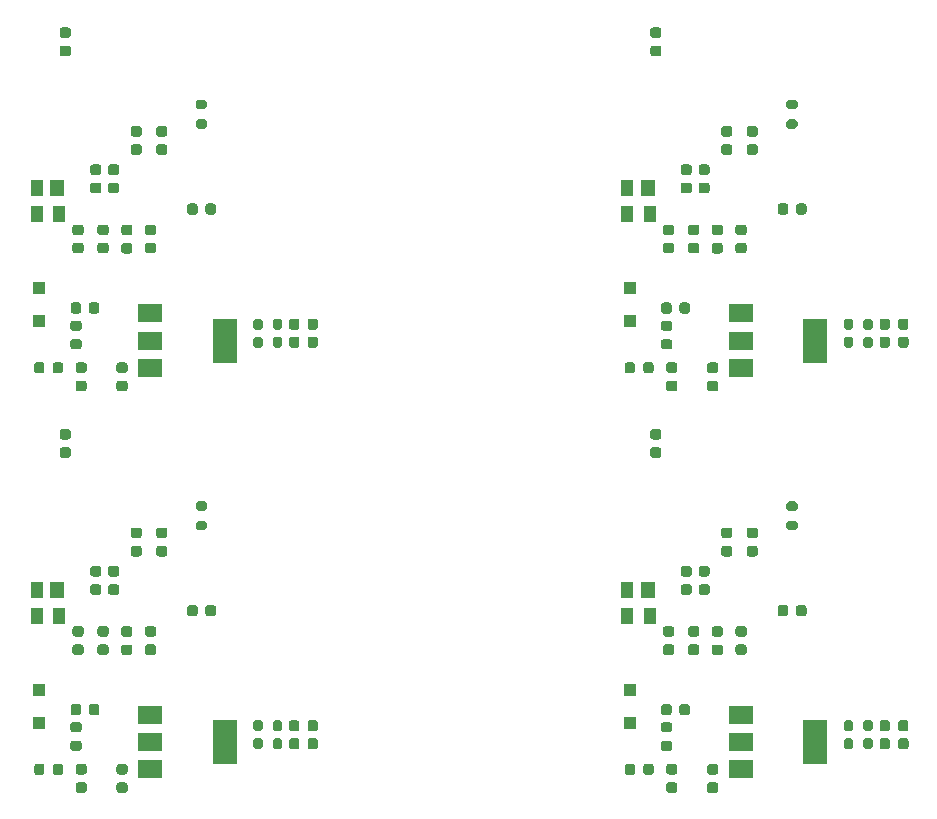
<source format=gtp>
G04 #@! TF.GenerationSoftware,KiCad,Pcbnew,(5.1.10-1-10_14)*
G04 #@! TF.CreationDate,2022-06-03T02:43:26+09:00*
G04 #@! TF.ProjectId,cmsis-dap_rp2040,636d7369-732d-4646-9170-5f7270323034,rev?*
G04 #@! TF.SameCoordinates,Original*
G04 #@! TF.FileFunction,Paste,Top*
G04 #@! TF.FilePolarity,Positive*
%FSLAX46Y46*%
G04 Gerber Fmt 4.6, Leading zero omitted, Abs format (unit mm)*
G04 Created by KiCad (PCBNEW (5.1.10-1-10_14)) date 2022-06-03 02:43:26*
%MOMM*%
%LPD*%
G01*
G04 APERTURE LIST*
%ADD10R,1.100000X1.100000*%
%ADD11R,1.200000X1.400000*%
%ADD12R,1.000000X1.400000*%
%ADD13R,2.000000X3.800000*%
%ADD14R,2.000000X1.500000*%
G04 APERTURE END LIST*
D10*
G04 #@! TO.C,D2*
X158700000Y-110790000D03*
X158700000Y-107990000D03*
G04 #@! TD*
G04 #@! TO.C,D2*
X108700000Y-110790000D03*
X108700000Y-107990000D03*
G04 #@! TD*
G04 #@! TO.C,D2*
X158700000Y-76790000D03*
X158700000Y-73990000D03*
G04 #@! TD*
G04 #@! TO.C,D3*
G36*
G01*
X182305000Y-112293750D02*
X182305000Y-112806250D01*
G75*
G02*
X182086250Y-113025000I-218750J0D01*
G01*
X181648750Y-113025000D01*
G75*
G02*
X181430000Y-112806250I0J218750D01*
G01*
X181430000Y-112293750D01*
G75*
G02*
X181648750Y-112075000I218750J0D01*
G01*
X182086250Y-112075000D01*
G75*
G02*
X182305000Y-112293750I0J-218750D01*
G01*
G37*
G36*
G01*
X180730000Y-112293750D02*
X180730000Y-112806250D01*
G75*
G02*
X180511250Y-113025000I-218750J0D01*
G01*
X180073750Y-113025000D01*
G75*
G02*
X179855000Y-112806250I0J218750D01*
G01*
X179855000Y-112293750D01*
G75*
G02*
X180073750Y-112075000I218750J0D01*
G01*
X180511250Y-112075000D01*
G75*
G02*
X180730000Y-112293750I0J-218750D01*
G01*
G37*
G04 #@! TD*
G04 #@! TO.C,D3*
G36*
G01*
X132305000Y-112293750D02*
X132305000Y-112806250D01*
G75*
G02*
X132086250Y-113025000I-218750J0D01*
G01*
X131648750Y-113025000D01*
G75*
G02*
X131430000Y-112806250I0J218750D01*
G01*
X131430000Y-112293750D01*
G75*
G02*
X131648750Y-112075000I218750J0D01*
G01*
X132086250Y-112075000D01*
G75*
G02*
X132305000Y-112293750I0J-218750D01*
G01*
G37*
G36*
G01*
X130730000Y-112293750D02*
X130730000Y-112806250D01*
G75*
G02*
X130511250Y-113025000I-218750J0D01*
G01*
X130073750Y-113025000D01*
G75*
G02*
X129855000Y-112806250I0J218750D01*
G01*
X129855000Y-112293750D01*
G75*
G02*
X130073750Y-112075000I218750J0D01*
G01*
X130511250Y-112075000D01*
G75*
G02*
X130730000Y-112293750I0J-218750D01*
G01*
G37*
G04 #@! TD*
G04 #@! TO.C,D3*
G36*
G01*
X182305000Y-78293750D02*
X182305000Y-78806250D01*
G75*
G02*
X182086250Y-79025000I-218750J0D01*
G01*
X181648750Y-79025000D01*
G75*
G02*
X181430000Y-78806250I0J218750D01*
G01*
X181430000Y-78293750D01*
G75*
G02*
X181648750Y-78075000I218750J0D01*
G01*
X182086250Y-78075000D01*
G75*
G02*
X182305000Y-78293750I0J-218750D01*
G01*
G37*
G36*
G01*
X180730000Y-78293750D02*
X180730000Y-78806250D01*
G75*
G02*
X180511250Y-79025000I-218750J0D01*
G01*
X180073750Y-79025000D01*
G75*
G02*
X179855000Y-78806250I0J218750D01*
G01*
X179855000Y-78293750D01*
G75*
G02*
X180073750Y-78075000I218750J0D01*
G01*
X180511250Y-78075000D01*
G75*
G02*
X180730000Y-78293750I0J-218750D01*
G01*
G37*
G04 #@! TD*
G04 #@! TO.C,R7*
G36*
G01*
X176825000Y-112825000D02*
X176825000Y-112275000D01*
G75*
G02*
X177025000Y-112075000I200000J0D01*
G01*
X177425000Y-112075000D01*
G75*
G02*
X177625000Y-112275000I0J-200000D01*
G01*
X177625000Y-112825000D01*
G75*
G02*
X177425000Y-113025000I-200000J0D01*
G01*
X177025000Y-113025000D01*
G75*
G02*
X176825000Y-112825000I0J200000D01*
G01*
G37*
G36*
G01*
X178475000Y-112825000D02*
X178475000Y-112275000D01*
G75*
G02*
X178675000Y-112075000I200000J0D01*
G01*
X179075000Y-112075000D01*
G75*
G02*
X179275000Y-112275000I0J-200000D01*
G01*
X179275000Y-112825000D01*
G75*
G02*
X179075000Y-113025000I-200000J0D01*
G01*
X178675000Y-113025000D01*
G75*
G02*
X178475000Y-112825000I0J200000D01*
G01*
G37*
G04 #@! TD*
G04 #@! TO.C,R7*
G36*
G01*
X126825000Y-112825000D02*
X126825000Y-112275000D01*
G75*
G02*
X127025000Y-112075000I200000J0D01*
G01*
X127425000Y-112075000D01*
G75*
G02*
X127625000Y-112275000I0J-200000D01*
G01*
X127625000Y-112825000D01*
G75*
G02*
X127425000Y-113025000I-200000J0D01*
G01*
X127025000Y-113025000D01*
G75*
G02*
X126825000Y-112825000I0J200000D01*
G01*
G37*
G36*
G01*
X128475000Y-112825000D02*
X128475000Y-112275000D01*
G75*
G02*
X128675000Y-112075000I200000J0D01*
G01*
X129075000Y-112075000D01*
G75*
G02*
X129275000Y-112275000I0J-200000D01*
G01*
X129275000Y-112825000D01*
G75*
G02*
X129075000Y-113025000I-200000J0D01*
G01*
X128675000Y-113025000D01*
G75*
G02*
X128475000Y-112825000I0J200000D01*
G01*
G37*
G04 #@! TD*
G04 #@! TO.C,R7*
G36*
G01*
X176825000Y-78825000D02*
X176825000Y-78275000D01*
G75*
G02*
X177025000Y-78075000I200000J0D01*
G01*
X177425000Y-78075000D01*
G75*
G02*
X177625000Y-78275000I0J-200000D01*
G01*
X177625000Y-78825000D01*
G75*
G02*
X177425000Y-79025000I-200000J0D01*
G01*
X177025000Y-79025000D01*
G75*
G02*
X176825000Y-78825000I0J200000D01*
G01*
G37*
G36*
G01*
X178475000Y-78825000D02*
X178475000Y-78275000D01*
G75*
G02*
X178675000Y-78075000I200000J0D01*
G01*
X179075000Y-78075000D01*
G75*
G02*
X179275000Y-78275000I0J-200000D01*
G01*
X179275000Y-78825000D01*
G75*
G02*
X179075000Y-79025000I-200000J0D01*
G01*
X178675000Y-79025000D01*
G75*
G02*
X178475000Y-78825000I0J200000D01*
G01*
G37*
G04 #@! TD*
G04 #@! TO.C,C13*
G36*
G01*
X173675000Y-101030000D02*
X173675000Y-101530000D01*
G75*
G02*
X173450000Y-101755000I-225000J0D01*
G01*
X173000000Y-101755000D01*
G75*
G02*
X172775000Y-101530000I0J225000D01*
G01*
X172775000Y-101030000D01*
G75*
G02*
X173000000Y-100805000I225000J0D01*
G01*
X173450000Y-100805000D01*
G75*
G02*
X173675000Y-101030000I0J-225000D01*
G01*
G37*
G36*
G01*
X172125000Y-101030000D02*
X172125000Y-101530000D01*
G75*
G02*
X171900000Y-101755000I-225000J0D01*
G01*
X171450000Y-101755000D01*
G75*
G02*
X171225000Y-101530000I0J225000D01*
G01*
X171225000Y-101030000D01*
G75*
G02*
X171450000Y-100805000I225000J0D01*
G01*
X171900000Y-100805000D01*
G75*
G02*
X172125000Y-101030000I0J-225000D01*
G01*
G37*
G04 #@! TD*
G04 #@! TO.C,C13*
G36*
G01*
X123675000Y-101030000D02*
X123675000Y-101530000D01*
G75*
G02*
X123450000Y-101755000I-225000J0D01*
G01*
X123000000Y-101755000D01*
G75*
G02*
X122775000Y-101530000I0J225000D01*
G01*
X122775000Y-101030000D01*
G75*
G02*
X123000000Y-100805000I225000J0D01*
G01*
X123450000Y-100805000D01*
G75*
G02*
X123675000Y-101030000I0J-225000D01*
G01*
G37*
G36*
G01*
X122125000Y-101030000D02*
X122125000Y-101530000D01*
G75*
G02*
X121900000Y-101755000I-225000J0D01*
G01*
X121450000Y-101755000D01*
G75*
G02*
X121225000Y-101530000I0J225000D01*
G01*
X121225000Y-101030000D01*
G75*
G02*
X121450000Y-100805000I225000J0D01*
G01*
X121900000Y-100805000D01*
G75*
G02*
X122125000Y-101030000I0J-225000D01*
G01*
G37*
G04 #@! TD*
G04 #@! TO.C,C13*
G36*
G01*
X173675000Y-67030000D02*
X173675000Y-67530000D01*
G75*
G02*
X173450000Y-67755000I-225000J0D01*
G01*
X173000000Y-67755000D01*
G75*
G02*
X172775000Y-67530000I0J225000D01*
G01*
X172775000Y-67030000D01*
G75*
G02*
X173000000Y-66805000I225000J0D01*
G01*
X173450000Y-66805000D01*
G75*
G02*
X173675000Y-67030000I0J-225000D01*
G01*
G37*
G36*
G01*
X172125000Y-67030000D02*
X172125000Y-67530000D01*
G75*
G02*
X171900000Y-67755000I-225000J0D01*
G01*
X171450000Y-67755000D01*
G75*
G02*
X171225000Y-67530000I0J225000D01*
G01*
X171225000Y-67030000D01*
G75*
G02*
X171450000Y-66805000I225000J0D01*
G01*
X171900000Y-66805000D01*
G75*
G02*
X172125000Y-67030000I0J-225000D01*
G01*
G37*
G04 #@! TD*
G04 #@! TO.C,C5*
G36*
G01*
X162240000Y-103485000D02*
X161740000Y-103485000D01*
G75*
G02*
X161515000Y-103260000I0J225000D01*
G01*
X161515000Y-102810000D01*
G75*
G02*
X161740000Y-102585000I225000J0D01*
G01*
X162240000Y-102585000D01*
G75*
G02*
X162465000Y-102810000I0J-225000D01*
G01*
X162465000Y-103260000D01*
G75*
G02*
X162240000Y-103485000I-225000J0D01*
G01*
G37*
G36*
G01*
X162240000Y-105035000D02*
X161740000Y-105035000D01*
G75*
G02*
X161515000Y-104810000I0J225000D01*
G01*
X161515000Y-104360000D01*
G75*
G02*
X161740000Y-104135000I225000J0D01*
G01*
X162240000Y-104135000D01*
G75*
G02*
X162465000Y-104360000I0J-225000D01*
G01*
X162465000Y-104810000D01*
G75*
G02*
X162240000Y-105035000I-225000J0D01*
G01*
G37*
G04 #@! TD*
G04 #@! TO.C,C5*
G36*
G01*
X112240000Y-103485000D02*
X111740000Y-103485000D01*
G75*
G02*
X111515000Y-103260000I0J225000D01*
G01*
X111515000Y-102810000D01*
G75*
G02*
X111740000Y-102585000I225000J0D01*
G01*
X112240000Y-102585000D01*
G75*
G02*
X112465000Y-102810000I0J-225000D01*
G01*
X112465000Y-103260000D01*
G75*
G02*
X112240000Y-103485000I-225000J0D01*
G01*
G37*
G36*
G01*
X112240000Y-105035000D02*
X111740000Y-105035000D01*
G75*
G02*
X111515000Y-104810000I0J225000D01*
G01*
X111515000Y-104360000D01*
G75*
G02*
X111740000Y-104135000I225000J0D01*
G01*
X112240000Y-104135000D01*
G75*
G02*
X112465000Y-104360000I0J-225000D01*
G01*
X112465000Y-104810000D01*
G75*
G02*
X112240000Y-105035000I-225000J0D01*
G01*
G37*
G04 #@! TD*
G04 #@! TO.C,C5*
G36*
G01*
X162240000Y-69485000D02*
X161740000Y-69485000D01*
G75*
G02*
X161515000Y-69260000I0J225000D01*
G01*
X161515000Y-68810000D01*
G75*
G02*
X161740000Y-68585000I225000J0D01*
G01*
X162240000Y-68585000D01*
G75*
G02*
X162465000Y-68810000I0J-225000D01*
G01*
X162465000Y-69260000D01*
G75*
G02*
X162240000Y-69485000I-225000J0D01*
G01*
G37*
G36*
G01*
X162240000Y-71035000D02*
X161740000Y-71035000D01*
G75*
G02*
X161515000Y-70810000I0J225000D01*
G01*
X161515000Y-70360000D01*
G75*
G02*
X161740000Y-70135000I225000J0D01*
G01*
X162240000Y-70135000D01*
G75*
G02*
X162465000Y-70360000I0J-225000D01*
G01*
X162465000Y-70810000D01*
G75*
G02*
X162240000Y-71035000I-225000J0D01*
G01*
G37*
G04 #@! TD*
G04 #@! TO.C,C1*
G36*
G01*
X160660000Y-85895000D02*
X161160000Y-85895000D01*
G75*
G02*
X161385000Y-86120000I0J-225000D01*
G01*
X161385000Y-86570000D01*
G75*
G02*
X161160000Y-86795000I-225000J0D01*
G01*
X160660000Y-86795000D01*
G75*
G02*
X160435000Y-86570000I0J225000D01*
G01*
X160435000Y-86120000D01*
G75*
G02*
X160660000Y-85895000I225000J0D01*
G01*
G37*
G36*
G01*
X160660000Y-87445000D02*
X161160000Y-87445000D01*
G75*
G02*
X161385000Y-87670000I0J-225000D01*
G01*
X161385000Y-88120000D01*
G75*
G02*
X161160000Y-88345000I-225000J0D01*
G01*
X160660000Y-88345000D01*
G75*
G02*
X160435000Y-88120000I0J225000D01*
G01*
X160435000Y-87670000D01*
G75*
G02*
X160660000Y-87445000I225000J0D01*
G01*
G37*
G04 #@! TD*
G04 #@! TO.C,C1*
G36*
G01*
X110660000Y-85895000D02*
X111160000Y-85895000D01*
G75*
G02*
X111385000Y-86120000I0J-225000D01*
G01*
X111385000Y-86570000D01*
G75*
G02*
X111160000Y-86795000I-225000J0D01*
G01*
X110660000Y-86795000D01*
G75*
G02*
X110435000Y-86570000I0J225000D01*
G01*
X110435000Y-86120000D01*
G75*
G02*
X110660000Y-85895000I225000J0D01*
G01*
G37*
G36*
G01*
X110660000Y-87445000D02*
X111160000Y-87445000D01*
G75*
G02*
X111385000Y-87670000I0J-225000D01*
G01*
X111385000Y-88120000D01*
G75*
G02*
X111160000Y-88345000I-225000J0D01*
G01*
X110660000Y-88345000D01*
G75*
G02*
X110435000Y-88120000I0J225000D01*
G01*
X110435000Y-87670000D01*
G75*
G02*
X110660000Y-87445000I225000J0D01*
G01*
G37*
G04 #@! TD*
G04 #@! TO.C,C1*
G36*
G01*
X160660000Y-51895000D02*
X161160000Y-51895000D01*
G75*
G02*
X161385000Y-52120000I0J-225000D01*
G01*
X161385000Y-52570000D01*
G75*
G02*
X161160000Y-52795000I-225000J0D01*
G01*
X160660000Y-52795000D01*
G75*
G02*
X160435000Y-52570000I0J225000D01*
G01*
X160435000Y-52120000D01*
G75*
G02*
X160660000Y-51895000I225000J0D01*
G01*
G37*
G36*
G01*
X160660000Y-53445000D02*
X161160000Y-53445000D01*
G75*
G02*
X161385000Y-53670000I0J-225000D01*
G01*
X161385000Y-54120000D01*
G75*
G02*
X161160000Y-54345000I-225000J0D01*
G01*
X160660000Y-54345000D01*
G75*
G02*
X160435000Y-54120000I0J225000D01*
G01*
X160435000Y-53670000D01*
G75*
G02*
X160660000Y-53445000I225000J0D01*
G01*
G37*
G04 #@! TD*
G04 #@! TO.C,C3*
G36*
G01*
X162010000Y-114255000D02*
X162510000Y-114255000D01*
G75*
G02*
X162735000Y-114480000I0J-225000D01*
G01*
X162735000Y-114930000D01*
G75*
G02*
X162510000Y-115155000I-225000J0D01*
G01*
X162010000Y-115155000D01*
G75*
G02*
X161785000Y-114930000I0J225000D01*
G01*
X161785000Y-114480000D01*
G75*
G02*
X162010000Y-114255000I225000J0D01*
G01*
G37*
G36*
G01*
X162010000Y-115805000D02*
X162510000Y-115805000D01*
G75*
G02*
X162735000Y-116030000I0J-225000D01*
G01*
X162735000Y-116480000D01*
G75*
G02*
X162510000Y-116705000I-225000J0D01*
G01*
X162010000Y-116705000D01*
G75*
G02*
X161785000Y-116480000I0J225000D01*
G01*
X161785000Y-116030000D01*
G75*
G02*
X162010000Y-115805000I225000J0D01*
G01*
G37*
G04 #@! TD*
G04 #@! TO.C,C3*
G36*
G01*
X112010000Y-114255000D02*
X112510000Y-114255000D01*
G75*
G02*
X112735000Y-114480000I0J-225000D01*
G01*
X112735000Y-114930000D01*
G75*
G02*
X112510000Y-115155000I-225000J0D01*
G01*
X112010000Y-115155000D01*
G75*
G02*
X111785000Y-114930000I0J225000D01*
G01*
X111785000Y-114480000D01*
G75*
G02*
X112010000Y-114255000I225000J0D01*
G01*
G37*
G36*
G01*
X112010000Y-115805000D02*
X112510000Y-115805000D01*
G75*
G02*
X112735000Y-116030000I0J-225000D01*
G01*
X112735000Y-116480000D01*
G75*
G02*
X112510000Y-116705000I-225000J0D01*
G01*
X112010000Y-116705000D01*
G75*
G02*
X111785000Y-116480000I0J225000D01*
G01*
X111785000Y-116030000D01*
G75*
G02*
X112010000Y-115805000I225000J0D01*
G01*
G37*
G04 #@! TD*
G04 #@! TO.C,C3*
G36*
G01*
X162010000Y-80255000D02*
X162510000Y-80255000D01*
G75*
G02*
X162735000Y-80480000I0J-225000D01*
G01*
X162735000Y-80930000D01*
G75*
G02*
X162510000Y-81155000I-225000J0D01*
G01*
X162010000Y-81155000D01*
G75*
G02*
X161785000Y-80930000I0J225000D01*
G01*
X161785000Y-80480000D01*
G75*
G02*
X162010000Y-80255000I225000J0D01*
G01*
G37*
G36*
G01*
X162010000Y-81805000D02*
X162510000Y-81805000D01*
G75*
G02*
X162735000Y-82030000I0J-225000D01*
G01*
X162735000Y-82480000D01*
G75*
G02*
X162510000Y-82705000I-225000J0D01*
G01*
X162010000Y-82705000D01*
G75*
G02*
X161785000Y-82480000I0J225000D01*
G01*
X161785000Y-82030000D01*
G75*
G02*
X162010000Y-81805000I225000J0D01*
G01*
G37*
G04 #@! TD*
G04 #@! TO.C,C4*
G36*
G01*
X165470000Y-114265000D02*
X165970000Y-114265000D01*
G75*
G02*
X166195000Y-114490000I0J-225000D01*
G01*
X166195000Y-114940000D01*
G75*
G02*
X165970000Y-115165000I-225000J0D01*
G01*
X165470000Y-115165000D01*
G75*
G02*
X165245000Y-114940000I0J225000D01*
G01*
X165245000Y-114490000D01*
G75*
G02*
X165470000Y-114265000I225000J0D01*
G01*
G37*
G36*
G01*
X165470000Y-115815000D02*
X165970000Y-115815000D01*
G75*
G02*
X166195000Y-116040000I0J-225000D01*
G01*
X166195000Y-116490000D01*
G75*
G02*
X165970000Y-116715000I-225000J0D01*
G01*
X165470000Y-116715000D01*
G75*
G02*
X165245000Y-116490000I0J225000D01*
G01*
X165245000Y-116040000D01*
G75*
G02*
X165470000Y-115815000I225000J0D01*
G01*
G37*
G04 #@! TD*
G04 #@! TO.C,C4*
G36*
G01*
X115470000Y-114265000D02*
X115970000Y-114265000D01*
G75*
G02*
X116195000Y-114490000I0J-225000D01*
G01*
X116195000Y-114940000D01*
G75*
G02*
X115970000Y-115165000I-225000J0D01*
G01*
X115470000Y-115165000D01*
G75*
G02*
X115245000Y-114940000I0J225000D01*
G01*
X115245000Y-114490000D01*
G75*
G02*
X115470000Y-114265000I225000J0D01*
G01*
G37*
G36*
G01*
X115470000Y-115815000D02*
X115970000Y-115815000D01*
G75*
G02*
X116195000Y-116040000I0J-225000D01*
G01*
X116195000Y-116490000D01*
G75*
G02*
X115970000Y-116715000I-225000J0D01*
G01*
X115470000Y-116715000D01*
G75*
G02*
X115245000Y-116490000I0J225000D01*
G01*
X115245000Y-116040000D01*
G75*
G02*
X115470000Y-115815000I225000J0D01*
G01*
G37*
G04 #@! TD*
G04 #@! TO.C,C4*
G36*
G01*
X165470000Y-80265000D02*
X165970000Y-80265000D01*
G75*
G02*
X166195000Y-80490000I0J-225000D01*
G01*
X166195000Y-80940000D01*
G75*
G02*
X165970000Y-81165000I-225000J0D01*
G01*
X165470000Y-81165000D01*
G75*
G02*
X165245000Y-80940000I0J225000D01*
G01*
X165245000Y-80490000D01*
G75*
G02*
X165470000Y-80265000I225000J0D01*
G01*
G37*
G36*
G01*
X165470000Y-81815000D02*
X165970000Y-81815000D01*
G75*
G02*
X166195000Y-82040000I0J-225000D01*
G01*
X166195000Y-82490000D01*
G75*
G02*
X165970000Y-82715000I-225000J0D01*
G01*
X165470000Y-82715000D01*
G75*
G02*
X165245000Y-82490000I0J225000D01*
G01*
X165245000Y-82040000D01*
G75*
G02*
X165470000Y-81815000I225000J0D01*
G01*
G37*
G04 #@! TD*
G04 #@! TO.C,C6*
G36*
G01*
X164360000Y-103485000D02*
X163860000Y-103485000D01*
G75*
G02*
X163635000Y-103260000I0J225000D01*
G01*
X163635000Y-102810000D01*
G75*
G02*
X163860000Y-102585000I225000J0D01*
G01*
X164360000Y-102585000D01*
G75*
G02*
X164585000Y-102810000I0J-225000D01*
G01*
X164585000Y-103260000D01*
G75*
G02*
X164360000Y-103485000I-225000J0D01*
G01*
G37*
G36*
G01*
X164360000Y-105035000D02*
X163860000Y-105035000D01*
G75*
G02*
X163635000Y-104810000I0J225000D01*
G01*
X163635000Y-104360000D01*
G75*
G02*
X163860000Y-104135000I225000J0D01*
G01*
X164360000Y-104135000D01*
G75*
G02*
X164585000Y-104360000I0J-225000D01*
G01*
X164585000Y-104810000D01*
G75*
G02*
X164360000Y-105035000I-225000J0D01*
G01*
G37*
G04 #@! TD*
G04 #@! TO.C,C6*
G36*
G01*
X114360000Y-103485000D02*
X113860000Y-103485000D01*
G75*
G02*
X113635000Y-103260000I0J225000D01*
G01*
X113635000Y-102810000D01*
G75*
G02*
X113860000Y-102585000I225000J0D01*
G01*
X114360000Y-102585000D01*
G75*
G02*
X114585000Y-102810000I0J-225000D01*
G01*
X114585000Y-103260000D01*
G75*
G02*
X114360000Y-103485000I-225000J0D01*
G01*
G37*
G36*
G01*
X114360000Y-105035000D02*
X113860000Y-105035000D01*
G75*
G02*
X113635000Y-104810000I0J225000D01*
G01*
X113635000Y-104360000D01*
G75*
G02*
X113860000Y-104135000I225000J0D01*
G01*
X114360000Y-104135000D01*
G75*
G02*
X114585000Y-104360000I0J-225000D01*
G01*
X114585000Y-104810000D01*
G75*
G02*
X114360000Y-105035000I-225000J0D01*
G01*
G37*
G04 #@! TD*
G04 #@! TO.C,C6*
G36*
G01*
X164360000Y-69485000D02*
X163860000Y-69485000D01*
G75*
G02*
X163635000Y-69260000I0J225000D01*
G01*
X163635000Y-68810000D01*
G75*
G02*
X163860000Y-68585000I225000J0D01*
G01*
X164360000Y-68585000D01*
G75*
G02*
X164585000Y-68810000I0J-225000D01*
G01*
X164585000Y-69260000D01*
G75*
G02*
X164360000Y-69485000I-225000J0D01*
G01*
G37*
G36*
G01*
X164360000Y-71035000D02*
X163860000Y-71035000D01*
G75*
G02*
X163635000Y-70810000I0J225000D01*
G01*
X163635000Y-70360000D01*
G75*
G02*
X163860000Y-70135000I225000J0D01*
G01*
X164360000Y-70135000D01*
G75*
G02*
X164585000Y-70360000I0J-225000D01*
G01*
X164585000Y-70810000D01*
G75*
G02*
X164360000Y-71035000I-225000J0D01*
G01*
G37*
G04 #@! TD*
G04 #@! TO.C,C8*
G36*
G01*
X164750000Y-97495000D02*
X165250000Y-97495000D01*
G75*
G02*
X165475000Y-97720000I0J-225000D01*
G01*
X165475000Y-98170000D01*
G75*
G02*
X165250000Y-98395000I-225000J0D01*
G01*
X164750000Y-98395000D01*
G75*
G02*
X164525000Y-98170000I0J225000D01*
G01*
X164525000Y-97720000D01*
G75*
G02*
X164750000Y-97495000I225000J0D01*
G01*
G37*
G36*
G01*
X164750000Y-99045000D02*
X165250000Y-99045000D01*
G75*
G02*
X165475000Y-99270000I0J-225000D01*
G01*
X165475000Y-99720000D01*
G75*
G02*
X165250000Y-99945000I-225000J0D01*
G01*
X164750000Y-99945000D01*
G75*
G02*
X164525000Y-99720000I0J225000D01*
G01*
X164525000Y-99270000D01*
G75*
G02*
X164750000Y-99045000I225000J0D01*
G01*
G37*
G04 #@! TD*
G04 #@! TO.C,C8*
G36*
G01*
X114750000Y-97495000D02*
X115250000Y-97495000D01*
G75*
G02*
X115475000Y-97720000I0J-225000D01*
G01*
X115475000Y-98170000D01*
G75*
G02*
X115250000Y-98395000I-225000J0D01*
G01*
X114750000Y-98395000D01*
G75*
G02*
X114525000Y-98170000I0J225000D01*
G01*
X114525000Y-97720000D01*
G75*
G02*
X114750000Y-97495000I225000J0D01*
G01*
G37*
G36*
G01*
X114750000Y-99045000D02*
X115250000Y-99045000D01*
G75*
G02*
X115475000Y-99270000I0J-225000D01*
G01*
X115475000Y-99720000D01*
G75*
G02*
X115250000Y-99945000I-225000J0D01*
G01*
X114750000Y-99945000D01*
G75*
G02*
X114525000Y-99720000I0J225000D01*
G01*
X114525000Y-99270000D01*
G75*
G02*
X114750000Y-99045000I225000J0D01*
G01*
G37*
G04 #@! TD*
G04 #@! TO.C,C8*
G36*
G01*
X164750000Y-63495000D02*
X165250000Y-63495000D01*
G75*
G02*
X165475000Y-63720000I0J-225000D01*
G01*
X165475000Y-64170000D01*
G75*
G02*
X165250000Y-64395000I-225000J0D01*
G01*
X164750000Y-64395000D01*
G75*
G02*
X164525000Y-64170000I0J225000D01*
G01*
X164525000Y-63720000D01*
G75*
G02*
X164750000Y-63495000I225000J0D01*
G01*
G37*
G36*
G01*
X164750000Y-65045000D02*
X165250000Y-65045000D01*
G75*
G02*
X165475000Y-65270000I0J-225000D01*
G01*
X165475000Y-65720000D01*
G75*
G02*
X165250000Y-65945000I-225000J0D01*
G01*
X164750000Y-65945000D01*
G75*
G02*
X164525000Y-65720000I0J225000D01*
G01*
X164525000Y-65270000D01*
G75*
G02*
X164750000Y-65045000I225000J0D01*
G01*
G37*
G04 #@! TD*
G04 #@! TO.C,L1*
G36*
G01*
X158275000Y-114976250D02*
X158275000Y-114463750D01*
G75*
G02*
X158493750Y-114245000I218750J0D01*
G01*
X158931250Y-114245000D01*
G75*
G02*
X159150000Y-114463750I0J-218750D01*
G01*
X159150000Y-114976250D01*
G75*
G02*
X158931250Y-115195000I-218750J0D01*
G01*
X158493750Y-115195000D01*
G75*
G02*
X158275000Y-114976250I0J218750D01*
G01*
G37*
G36*
G01*
X159850000Y-114976250D02*
X159850000Y-114463750D01*
G75*
G02*
X160068750Y-114245000I218750J0D01*
G01*
X160506250Y-114245000D01*
G75*
G02*
X160725000Y-114463750I0J-218750D01*
G01*
X160725000Y-114976250D01*
G75*
G02*
X160506250Y-115195000I-218750J0D01*
G01*
X160068750Y-115195000D01*
G75*
G02*
X159850000Y-114976250I0J218750D01*
G01*
G37*
G04 #@! TD*
G04 #@! TO.C,L1*
G36*
G01*
X108275000Y-114976250D02*
X108275000Y-114463750D01*
G75*
G02*
X108493750Y-114245000I218750J0D01*
G01*
X108931250Y-114245000D01*
G75*
G02*
X109150000Y-114463750I0J-218750D01*
G01*
X109150000Y-114976250D01*
G75*
G02*
X108931250Y-115195000I-218750J0D01*
G01*
X108493750Y-115195000D01*
G75*
G02*
X108275000Y-114976250I0J218750D01*
G01*
G37*
G36*
G01*
X109850000Y-114976250D02*
X109850000Y-114463750D01*
G75*
G02*
X110068750Y-114245000I218750J0D01*
G01*
X110506250Y-114245000D01*
G75*
G02*
X110725000Y-114463750I0J-218750D01*
G01*
X110725000Y-114976250D01*
G75*
G02*
X110506250Y-115195000I-218750J0D01*
G01*
X110068750Y-115195000D01*
G75*
G02*
X109850000Y-114976250I0J218750D01*
G01*
G37*
G04 #@! TD*
G04 #@! TO.C,L1*
G36*
G01*
X158275000Y-80976250D02*
X158275000Y-80463750D01*
G75*
G02*
X158493750Y-80245000I218750J0D01*
G01*
X158931250Y-80245000D01*
G75*
G02*
X159150000Y-80463750I0J-218750D01*
G01*
X159150000Y-80976250D01*
G75*
G02*
X158931250Y-81195000I-218750J0D01*
G01*
X158493750Y-81195000D01*
G75*
G02*
X158275000Y-80976250I0J218750D01*
G01*
G37*
G36*
G01*
X159850000Y-80976250D02*
X159850000Y-80463750D01*
G75*
G02*
X160068750Y-80245000I218750J0D01*
G01*
X160506250Y-80245000D01*
G75*
G02*
X160725000Y-80463750I0J-218750D01*
G01*
X160725000Y-80976250D01*
G75*
G02*
X160506250Y-81195000I-218750J0D01*
G01*
X160068750Y-81195000D01*
G75*
G02*
X159850000Y-80976250I0J218750D01*
G01*
G37*
G04 #@! TD*
G04 #@! TO.C,R1*
G36*
G01*
X172715000Y-94475000D02*
X172165000Y-94475000D01*
G75*
G02*
X171965000Y-94275000I0J200000D01*
G01*
X171965000Y-93875000D01*
G75*
G02*
X172165000Y-93675000I200000J0D01*
G01*
X172715000Y-93675000D01*
G75*
G02*
X172915000Y-93875000I0J-200000D01*
G01*
X172915000Y-94275000D01*
G75*
G02*
X172715000Y-94475000I-200000J0D01*
G01*
G37*
G36*
G01*
X172715000Y-92825000D02*
X172165000Y-92825000D01*
G75*
G02*
X171965000Y-92625000I0J200000D01*
G01*
X171965000Y-92225000D01*
G75*
G02*
X172165000Y-92025000I200000J0D01*
G01*
X172715000Y-92025000D01*
G75*
G02*
X172915000Y-92225000I0J-200000D01*
G01*
X172915000Y-92625000D01*
G75*
G02*
X172715000Y-92825000I-200000J0D01*
G01*
G37*
G04 #@! TD*
G04 #@! TO.C,R1*
G36*
G01*
X122715000Y-94475000D02*
X122165000Y-94475000D01*
G75*
G02*
X121965000Y-94275000I0J200000D01*
G01*
X121965000Y-93875000D01*
G75*
G02*
X122165000Y-93675000I200000J0D01*
G01*
X122715000Y-93675000D01*
G75*
G02*
X122915000Y-93875000I0J-200000D01*
G01*
X122915000Y-94275000D01*
G75*
G02*
X122715000Y-94475000I-200000J0D01*
G01*
G37*
G36*
G01*
X122715000Y-92825000D02*
X122165000Y-92825000D01*
G75*
G02*
X121965000Y-92625000I0J200000D01*
G01*
X121965000Y-92225000D01*
G75*
G02*
X122165000Y-92025000I200000J0D01*
G01*
X122715000Y-92025000D01*
G75*
G02*
X122915000Y-92225000I0J-200000D01*
G01*
X122915000Y-92625000D01*
G75*
G02*
X122715000Y-92825000I-200000J0D01*
G01*
G37*
G04 #@! TD*
G04 #@! TO.C,R1*
G36*
G01*
X172715000Y-60475000D02*
X172165000Y-60475000D01*
G75*
G02*
X171965000Y-60275000I0J200000D01*
G01*
X171965000Y-59875000D01*
G75*
G02*
X172165000Y-59675000I200000J0D01*
G01*
X172715000Y-59675000D01*
G75*
G02*
X172915000Y-59875000I0J-200000D01*
G01*
X172915000Y-60275000D01*
G75*
G02*
X172715000Y-60475000I-200000J0D01*
G01*
G37*
G36*
G01*
X172715000Y-58825000D02*
X172165000Y-58825000D01*
G75*
G02*
X171965000Y-58625000I0J200000D01*
G01*
X171965000Y-58225000D01*
G75*
G02*
X172165000Y-58025000I200000J0D01*
G01*
X172715000Y-58025000D01*
G75*
G02*
X172915000Y-58225000I0J-200000D01*
G01*
X172915000Y-58625000D01*
G75*
G02*
X172715000Y-58825000I-200000J0D01*
G01*
G37*
G04 #@! TD*
G04 #@! TO.C,C15*
G36*
G01*
X168380000Y-103485000D02*
X167880000Y-103485000D01*
G75*
G02*
X167655000Y-103260000I0J225000D01*
G01*
X167655000Y-102810000D01*
G75*
G02*
X167880000Y-102585000I225000J0D01*
G01*
X168380000Y-102585000D01*
G75*
G02*
X168605000Y-102810000I0J-225000D01*
G01*
X168605000Y-103260000D01*
G75*
G02*
X168380000Y-103485000I-225000J0D01*
G01*
G37*
G36*
G01*
X168380000Y-105035000D02*
X167880000Y-105035000D01*
G75*
G02*
X167655000Y-104810000I0J225000D01*
G01*
X167655000Y-104360000D01*
G75*
G02*
X167880000Y-104135000I225000J0D01*
G01*
X168380000Y-104135000D01*
G75*
G02*
X168605000Y-104360000I0J-225000D01*
G01*
X168605000Y-104810000D01*
G75*
G02*
X168380000Y-105035000I-225000J0D01*
G01*
G37*
G04 #@! TD*
G04 #@! TO.C,C15*
G36*
G01*
X118380000Y-103485000D02*
X117880000Y-103485000D01*
G75*
G02*
X117655000Y-103260000I0J225000D01*
G01*
X117655000Y-102810000D01*
G75*
G02*
X117880000Y-102585000I225000J0D01*
G01*
X118380000Y-102585000D01*
G75*
G02*
X118605000Y-102810000I0J-225000D01*
G01*
X118605000Y-103260000D01*
G75*
G02*
X118380000Y-103485000I-225000J0D01*
G01*
G37*
G36*
G01*
X118380000Y-105035000D02*
X117880000Y-105035000D01*
G75*
G02*
X117655000Y-104810000I0J225000D01*
G01*
X117655000Y-104360000D01*
G75*
G02*
X117880000Y-104135000I225000J0D01*
G01*
X118380000Y-104135000D01*
G75*
G02*
X118605000Y-104360000I0J-225000D01*
G01*
X118605000Y-104810000D01*
G75*
G02*
X118380000Y-105035000I-225000J0D01*
G01*
G37*
G04 #@! TD*
G04 #@! TO.C,C15*
G36*
G01*
X168380000Y-69485000D02*
X167880000Y-69485000D01*
G75*
G02*
X167655000Y-69260000I0J225000D01*
G01*
X167655000Y-68810000D01*
G75*
G02*
X167880000Y-68585000I225000J0D01*
G01*
X168380000Y-68585000D01*
G75*
G02*
X168605000Y-68810000I0J-225000D01*
G01*
X168605000Y-69260000D01*
G75*
G02*
X168380000Y-69485000I-225000J0D01*
G01*
G37*
G36*
G01*
X168380000Y-71035000D02*
X167880000Y-71035000D01*
G75*
G02*
X167655000Y-70810000I0J225000D01*
G01*
X167655000Y-70360000D01*
G75*
G02*
X167880000Y-70135000I225000J0D01*
G01*
X168380000Y-70135000D01*
G75*
G02*
X168605000Y-70360000I0J-225000D01*
G01*
X168605000Y-70810000D01*
G75*
G02*
X168380000Y-71035000I-225000J0D01*
G01*
G37*
G04 #@! TD*
G04 #@! TO.C,C17*
G36*
G01*
X168830000Y-94243000D02*
X169330000Y-94243000D01*
G75*
G02*
X169555000Y-94468000I0J-225000D01*
G01*
X169555000Y-94918000D01*
G75*
G02*
X169330000Y-95143000I-225000J0D01*
G01*
X168830000Y-95143000D01*
G75*
G02*
X168605000Y-94918000I0J225000D01*
G01*
X168605000Y-94468000D01*
G75*
G02*
X168830000Y-94243000I225000J0D01*
G01*
G37*
G36*
G01*
X168830000Y-95793000D02*
X169330000Y-95793000D01*
G75*
G02*
X169555000Y-96018000I0J-225000D01*
G01*
X169555000Y-96468000D01*
G75*
G02*
X169330000Y-96693000I-225000J0D01*
G01*
X168830000Y-96693000D01*
G75*
G02*
X168605000Y-96468000I0J225000D01*
G01*
X168605000Y-96018000D01*
G75*
G02*
X168830000Y-95793000I225000J0D01*
G01*
G37*
G04 #@! TD*
G04 #@! TO.C,C17*
G36*
G01*
X118830000Y-94243000D02*
X119330000Y-94243000D01*
G75*
G02*
X119555000Y-94468000I0J-225000D01*
G01*
X119555000Y-94918000D01*
G75*
G02*
X119330000Y-95143000I-225000J0D01*
G01*
X118830000Y-95143000D01*
G75*
G02*
X118605000Y-94918000I0J225000D01*
G01*
X118605000Y-94468000D01*
G75*
G02*
X118830000Y-94243000I225000J0D01*
G01*
G37*
G36*
G01*
X118830000Y-95793000D02*
X119330000Y-95793000D01*
G75*
G02*
X119555000Y-96018000I0J-225000D01*
G01*
X119555000Y-96468000D01*
G75*
G02*
X119330000Y-96693000I-225000J0D01*
G01*
X118830000Y-96693000D01*
G75*
G02*
X118605000Y-96468000I0J225000D01*
G01*
X118605000Y-96018000D01*
G75*
G02*
X118830000Y-95793000I225000J0D01*
G01*
G37*
G04 #@! TD*
G04 #@! TO.C,C17*
G36*
G01*
X168830000Y-60243000D02*
X169330000Y-60243000D01*
G75*
G02*
X169555000Y-60468000I0J-225000D01*
G01*
X169555000Y-60918000D01*
G75*
G02*
X169330000Y-61143000I-225000J0D01*
G01*
X168830000Y-61143000D01*
G75*
G02*
X168605000Y-60918000I0J225000D01*
G01*
X168605000Y-60468000D01*
G75*
G02*
X168830000Y-60243000I225000J0D01*
G01*
G37*
G36*
G01*
X168830000Y-61793000D02*
X169330000Y-61793000D01*
G75*
G02*
X169555000Y-62018000I0J-225000D01*
G01*
X169555000Y-62468000D01*
G75*
G02*
X169330000Y-62693000I-225000J0D01*
G01*
X168830000Y-62693000D01*
G75*
G02*
X168605000Y-62468000I0J225000D01*
G01*
X168605000Y-62018000D01*
G75*
G02*
X168830000Y-61793000I225000J0D01*
G01*
G37*
G04 #@! TD*
G04 #@! TO.C,C11*
G36*
G01*
X166370000Y-103495000D02*
X165870000Y-103495000D01*
G75*
G02*
X165645000Y-103270000I0J225000D01*
G01*
X165645000Y-102820000D01*
G75*
G02*
X165870000Y-102595000I225000J0D01*
G01*
X166370000Y-102595000D01*
G75*
G02*
X166595000Y-102820000I0J-225000D01*
G01*
X166595000Y-103270000D01*
G75*
G02*
X166370000Y-103495000I-225000J0D01*
G01*
G37*
G36*
G01*
X166370000Y-105045000D02*
X165870000Y-105045000D01*
G75*
G02*
X165645000Y-104820000I0J225000D01*
G01*
X165645000Y-104370000D01*
G75*
G02*
X165870000Y-104145000I225000J0D01*
G01*
X166370000Y-104145000D01*
G75*
G02*
X166595000Y-104370000I0J-225000D01*
G01*
X166595000Y-104820000D01*
G75*
G02*
X166370000Y-105045000I-225000J0D01*
G01*
G37*
G04 #@! TD*
G04 #@! TO.C,C11*
G36*
G01*
X116370000Y-103495000D02*
X115870000Y-103495000D01*
G75*
G02*
X115645000Y-103270000I0J225000D01*
G01*
X115645000Y-102820000D01*
G75*
G02*
X115870000Y-102595000I225000J0D01*
G01*
X116370000Y-102595000D01*
G75*
G02*
X116595000Y-102820000I0J-225000D01*
G01*
X116595000Y-103270000D01*
G75*
G02*
X116370000Y-103495000I-225000J0D01*
G01*
G37*
G36*
G01*
X116370000Y-105045000D02*
X115870000Y-105045000D01*
G75*
G02*
X115645000Y-104820000I0J225000D01*
G01*
X115645000Y-104370000D01*
G75*
G02*
X115870000Y-104145000I225000J0D01*
G01*
X116370000Y-104145000D01*
G75*
G02*
X116595000Y-104370000I0J-225000D01*
G01*
X116595000Y-104820000D01*
G75*
G02*
X116370000Y-105045000I-225000J0D01*
G01*
G37*
G04 #@! TD*
G04 #@! TO.C,C11*
G36*
G01*
X166370000Y-69495000D02*
X165870000Y-69495000D01*
G75*
G02*
X165645000Y-69270000I0J225000D01*
G01*
X165645000Y-68820000D01*
G75*
G02*
X165870000Y-68595000I225000J0D01*
G01*
X166370000Y-68595000D01*
G75*
G02*
X166595000Y-68820000I0J-225000D01*
G01*
X166595000Y-69270000D01*
G75*
G02*
X166370000Y-69495000I-225000J0D01*
G01*
G37*
G36*
G01*
X166370000Y-71045000D02*
X165870000Y-71045000D01*
G75*
G02*
X165645000Y-70820000I0J225000D01*
G01*
X165645000Y-70370000D01*
G75*
G02*
X165870000Y-70145000I225000J0D01*
G01*
X166370000Y-70145000D01*
G75*
G02*
X166595000Y-70370000I0J-225000D01*
G01*
X166595000Y-70820000D01*
G75*
G02*
X166370000Y-71045000I-225000J0D01*
G01*
G37*
G04 #@! TD*
G04 #@! TO.C,C9*
G36*
G01*
X163240000Y-97495000D02*
X163740000Y-97495000D01*
G75*
G02*
X163965000Y-97720000I0J-225000D01*
G01*
X163965000Y-98170000D01*
G75*
G02*
X163740000Y-98395000I-225000J0D01*
G01*
X163240000Y-98395000D01*
G75*
G02*
X163015000Y-98170000I0J225000D01*
G01*
X163015000Y-97720000D01*
G75*
G02*
X163240000Y-97495000I225000J0D01*
G01*
G37*
G36*
G01*
X163240000Y-99045000D02*
X163740000Y-99045000D01*
G75*
G02*
X163965000Y-99270000I0J-225000D01*
G01*
X163965000Y-99720000D01*
G75*
G02*
X163740000Y-99945000I-225000J0D01*
G01*
X163240000Y-99945000D01*
G75*
G02*
X163015000Y-99720000I0J225000D01*
G01*
X163015000Y-99270000D01*
G75*
G02*
X163240000Y-99045000I225000J0D01*
G01*
G37*
G04 #@! TD*
G04 #@! TO.C,C9*
G36*
G01*
X113240000Y-97495000D02*
X113740000Y-97495000D01*
G75*
G02*
X113965000Y-97720000I0J-225000D01*
G01*
X113965000Y-98170000D01*
G75*
G02*
X113740000Y-98395000I-225000J0D01*
G01*
X113240000Y-98395000D01*
G75*
G02*
X113015000Y-98170000I0J225000D01*
G01*
X113015000Y-97720000D01*
G75*
G02*
X113240000Y-97495000I225000J0D01*
G01*
G37*
G36*
G01*
X113240000Y-99045000D02*
X113740000Y-99045000D01*
G75*
G02*
X113965000Y-99270000I0J-225000D01*
G01*
X113965000Y-99720000D01*
G75*
G02*
X113740000Y-99945000I-225000J0D01*
G01*
X113240000Y-99945000D01*
G75*
G02*
X113015000Y-99720000I0J225000D01*
G01*
X113015000Y-99270000D01*
G75*
G02*
X113240000Y-99045000I225000J0D01*
G01*
G37*
G04 #@! TD*
G04 #@! TO.C,C9*
G36*
G01*
X163240000Y-63495000D02*
X163740000Y-63495000D01*
G75*
G02*
X163965000Y-63720000I0J-225000D01*
G01*
X163965000Y-64170000D01*
G75*
G02*
X163740000Y-64395000I-225000J0D01*
G01*
X163240000Y-64395000D01*
G75*
G02*
X163015000Y-64170000I0J225000D01*
G01*
X163015000Y-63720000D01*
G75*
G02*
X163240000Y-63495000I225000J0D01*
G01*
G37*
G36*
G01*
X163240000Y-65045000D02*
X163740000Y-65045000D01*
G75*
G02*
X163965000Y-65270000I0J-225000D01*
G01*
X163965000Y-65720000D01*
G75*
G02*
X163740000Y-65945000I-225000J0D01*
G01*
X163240000Y-65945000D01*
G75*
G02*
X163015000Y-65720000I0J225000D01*
G01*
X163015000Y-65270000D01*
G75*
G02*
X163240000Y-65045000I225000J0D01*
G01*
G37*
G04 #@! TD*
G04 #@! TO.C,D4*
G36*
G01*
X182301000Y-110769750D02*
X182301000Y-111282250D01*
G75*
G02*
X182082250Y-111501000I-218750J0D01*
G01*
X181644750Y-111501000D01*
G75*
G02*
X181426000Y-111282250I0J218750D01*
G01*
X181426000Y-110769750D01*
G75*
G02*
X181644750Y-110551000I218750J0D01*
G01*
X182082250Y-110551000D01*
G75*
G02*
X182301000Y-110769750I0J-218750D01*
G01*
G37*
G36*
G01*
X180726000Y-110769750D02*
X180726000Y-111282250D01*
G75*
G02*
X180507250Y-111501000I-218750J0D01*
G01*
X180069750Y-111501000D01*
G75*
G02*
X179851000Y-111282250I0J218750D01*
G01*
X179851000Y-110769750D01*
G75*
G02*
X180069750Y-110551000I218750J0D01*
G01*
X180507250Y-110551000D01*
G75*
G02*
X180726000Y-110769750I0J-218750D01*
G01*
G37*
G04 #@! TD*
G04 #@! TO.C,D4*
G36*
G01*
X132301000Y-110769750D02*
X132301000Y-111282250D01*
G75*
G02*
X132082250Y-111501000I-218750J0D01*
G01*
X131644750Y-111501000D01*
G75*
G02*
X131426000Y-111282250I0J218750D01*
G01*
X131426000Y-110769750D01*
G75*
G02*
X131644750Y-110551000I218750J0D01*
G01*
X132082250Y-110551000D01*
G75*
G02*
X132301000Y-110769750I0J-218750D01*
G01*
G37*
G36*
G01*
X130726000Y-110769750D02*
X130726000Y-111282250D01*
G75*
G02*
X130507250Y-111501000I-218750J0D01*
G01*
X130069750Y-111501000D01*
G75*
G02*
X129851000Y-111282250I0J218750D01*
G01*
X129851000Y-110769750D01*
G75*
G02*
X130069750Y-110551000I218750J0D01*
G01*
X130507250Y-110551000D01*
G75*
G02*
X130726000Y-110769750I0J-218750D01*
G01*
G37*
G04 #@! TD*
G04 #@! TO.C,D4*
G36*
G01*
X182301000Y-76769750D02*
X182301000Y-77282250D01*
G75*
G02*
X182082250Y-77501000I-218750J0D01*
G01*
X181644750Y-77501000D01*
G75*
G02*
X181426000Y-77282250I0J218750D01*
G01*
X181426000Y-76769750D01*
G75*
G02*
X181644750Y-76551000I218750J0D01*
G01*
X182082250Y-76551000D01*
G75*
G02*
X182301000Y-76769750I0J-218750D01*
G01*
G37*
G36*
G01*
X180726000Y-76769750D02*
X180726000Y-77282250D01*
G75*
G02*
X180507250Y-77501000I-218750J0D01*
G01*
X180069750Y-77501000D01*
G75*
G02*
X179851000Y-77282250I0J218750D01*
G01*
X179851000Y-76769750D01*
G75*
G02*
X180069750Y-76551000I218750J0D01*
G01*
X180507250Y-76551000D01*
G75*
G02*
X180726000Y-76769750I0J-218750D01*
G01*
G37*
G04 #@! TD*
D11*
G04 #@! TO.C,D1*
X160210000Y-99490000D03*
D12*
X158490000Y-99490000D03*
X158490000Y-101690000D03*
X160390000Y-101690000D03*
G04 #@! TD*
D11*
G04 #@! TO.C,D1*
X110210000Y-99490000D03*
D12*
X108490000Y-99490000D03*
X108490000Y-101690000D03*
X110390000Y-101690000D03*
G04 #@! TD*
D11*
G04 #@! TO.C,D1*
X160210000Y-65490000D03*
D12*
X158490000Y-65490000D03*
X158490000Y-67690000D03*
X160390000Y-67690000D03*
G04 #@! TD*
G04 #@! TO.C,C10*
G36*
G01*
X161355000Y-109910000D02*
X161355000Y-109410000D01*
G75*
G02*
X161580000Y-109185000I225000J0D01*
G01*
X162030000Y-109185000D01*
G75*
G02*
X162255000Y-109410000I0J-225000D01*
G01*
X162255000Y-109910000D01*
G75*
G02*
X162030000Y-110135000I-225000J0D01*
G01*
X161580000Y-110135000D01*
G75*
G02*
X161355000Y-109910000I0J225000D01*
G01*
G37*
G36*
G01*
X162905000Y-109910000D02*
X162905000Y-109410000D01*
G75*
G02*
X163130000Y-109185000I225000J0D01*
G01*
X163580000Y-109185000D01*
G75*
G02*
X163805000Y-109410000I0J-225000D01*
G01*
X163805000Y-109910000D01*
G75*
G02*
X163580000Y-110135000I-225000J0D01*
G01*
X163130000Y-110135000D01*
G75*
G02*
X162905000Y-109910000I0J225000D01*
G01*
G37*
G04 #@! TD*
G04 #@! TO.C,C10*
G36*
G01*
X111355000Y-109910000D02*
X111355000Y-109410000D01*
G75*
G02*
X111580000Y-109185000I225000J0D01*
G01*
X112030000Y-109185000D01*
G75*
G02*
X112255000Y-109410000I0J-225000D01*
G01*
X112255000Y-109910000D01*
G75*
G02*
X112030000Y-110135000I-225000J0D01*
G01*
X111580000Y-110135000D01*
G75*
G02*
X111355000Y-109910000I0J225000D01*
G01*
G37*
G36*
G01*
X112905000Y-109910000D02*
X112905000Y-109410000D01*
G75*
G02*
X113130000Y-109185000I225000J0D01*
G01*
X113580000Y-109185000D01*
G75*
G02*
X113805000Y-109410000I0J-225000D01*
G01*
X113805000Y-109910000D01*
G75*
G02*
X113580000Y-110135000I-225000J0D01*
G01*
X113130000Y-110135000D01*
G75*
G02*
X112905000Y-109910000I0J225000D01*
G01*
G37*
G04 #@! TD*
G04 #@! TO.C,C10*
G36*
G01*
X161355000Y-75910000D02*
X161355000Y-75410000D01*
G75*
G02*
X161580000Y-75185000I225000J0D01*
G01*
X162030000Y-75185000D01*
G75*
G02*
X162255000Y-75410000I0J-225000D01*
G01*
X162255000Y-75910000D01*
G75*
G02*
X162030000Y-76135000I-225000J0D01*
G01*
X161580000Y-76135000D01*
G75*
G02*
X161355000Y-75910000I0J225000D01*
G01*
G37*
G36*
G01*
X162905000Y-75910000D02*
X162905000Y-75410000D01*
G75*
G02*
X163130000Y-75185000I225000J0D01*
G01*
X163580000Y-75185000D01*
G75*
G02*
X163805000Y-75410000I0J-225000D01*
G01*
X163805000Y-75910000D01*
G75*
G02*
X163580000Y-76135000I-225000J0D01*
G01*
X163130000Y-76135000D01*
G75*
G02*
X162905000Y-75910000I0J225000D01*
G01*
G37*
G04 #@! TD*
G04 #@! TO.C,L2*
G36*
G01*
X162076250Y-113165000D02*
X161563750Y-113165000D01*
G75*
G02*
X161345000Y-112946250I0J218750D01*
G01*
X161345000Y-112508750D01*
G75*
G02*
X161563750Y-112290000I218750J0D01*
G01*
X162076250Y-112290000D01*
G75*
G02*
X162295000Y-112508750I0J-218750D01*
G01*
X162295000Y-112946250D01*
G75*
G02*
X162076250Y-113165000I-218750J0D01*
G01*
G37*
G36*
G01*
X162076250Y-111590000D02*
X161563750Y-111590000D01*
G75*
G02*
X161345000Y-111371250I0J218750D01*
G01*
X161345000Y-110933750D01*
G75*
G02*
X161563750Y-110715000I218750J0D01*
G01*
X162076250Y-110715000D01*
G75*
G02*
X162295000Y-110933750I0J-218750D01*
G01*
X162295000Y-111371250D01*
G75*
G02*
X162076250Y-111590000I-218750J0D01*
G01*
G37*
G04 #@! TD*
G04 #@! TO.C,L2*
G36*
G01*
X112076250Y-113165000D02*
X111563750Y-113165000D01*
G75*
G02*
X111345000Y-112946250I0J218750D01*
G01*
X111345000Y-112508750D01*
G75*
G02*
X111563750Y-112290000I218750J0D01*
G01*
X112076250Y-112290000D01*
G75*
G02*
X112295000Y-112508750I0J-218750D01*
G01*
X112295000Y-112946250D01*
G75*
G02*
X112076250Y-113165000I-218750J0D01*
G01*
G37*
G36*
G01*
X112076250Y-111590000D02*
X111563750Y-111590000D01*
G75*
G02*
X111345000Y-111371250I0J218750D01*
G01*
X111345000Y-110933750D01*
G75*
G02*
X111563750Y-110715000I218750J0D01*
G01*
X112076250Y-110715000D01*
G75*
G02*
X112295000Y-110933750I0J-218750D01*
G01*
X112295000Y-111371250D01*
G75*
G02*
X112076250Y-111590000I-218750J0D01*
G01*
G37*
G04 #@! TD*
G04 #@! TO.C,L2*
G36*
G01*
X162076250Y-79165000D02*
X161563750Y-79165000D01*
G75*
G02*
X161345000Y-78946250I0J218750D01*
G01*
X161345000Y-78508750D01*
G75*
G02*
X161563750Y-78290000I218750J0D01*
G01*
X162076250Y-78290000D01*
G75*
G02*
X162295000Y-78508750I0J-218750D01*
G01*
X162295000Y-78946250D01*
G75*
G02*
X162076250Y-79165000I-218750J0D01*
G01*
G37*
G36*
G01*
X162076250Y-77590000D02*
X161563750Y-77590000D01*
G75*
G02*
X161345000Y-77371250I0J218750D01*
G01*
X161345000Y-76933750D01*
G75*
G02*
X161563750Y-76715000I218750J0D01*
G01*
X162076250Y-76715000D01*
G75*
G02*
X162295000Y-76933750I0J-218750D01*
G01*
X162295000Y-77371250D01*
G75*
G02*
X162076250Y-77590000I-218750J0D01*
G01*
G37*
G04 #@! TD*
D13*
G04 #@! TO.C,U4*
X174420000Y-112410000D03*
D14*
X168120000Y-112410000D03*
X168120000Y-114710000D03*
X168120000Y-110110000D03*
G04 #@! TD*
D13*
G04 #@! TO.C,U4*
X124420000Y-112410000D03*
D14*
X118120000Y-112410000D03*
X118120000Y-114710000D03*
X118120000Y-110110000D03*
G04 #@! TD*
D13*
G04 #@! TO.C,U4*
X174420000Y-78410000D03*
D14*
X168120000Y-78410000D03*
X168120000Y-80710000D03*
X168120000Y-76110000D03*
G04 #@! TD*
G04 #@! TO.C,R10*
G36*
G01*
X176825000Y-111295000D02*
X176825000Y-110745000D01*
G75*
G02*
X177025000Y-110545000I200000J0D01*
G01*
X177425000Y-110545000D01*
G75*
G02*
X177625000Y-110745000I0J-200000D01*
G01*
X177625000Y-111295000D01*
G75*
G02*
X177425000Y-111495000I-200000J0D01*
G01*
X177025000Y-111495000D01*
G75*
G02*
X176825000Y-111295000I0J200000D01*
G01*
G37*
G36*
G01*
X178475000Y-111295000D02*
X178475000Y-110745000D01*
G75*
G02*
X178675000Y-110545000I200000J0D01*
G01*
X179075000Y-110545000D01*
G75*
G02*
X179275000Y-110745000I0J-200000D01*
G01*
X179275000Y-111295000D01*
G75*
G02*
X179075000Y-111495000I-200000J0D01*
G01*
X178675000Y-111495000D01*
G75*
G02*
X178475000Y-111295000I0J200000D01*
G01*
G37*
G04 #@! TD*
G04 #@! TO.C,R10*
G36*
G01*
X126825000Y-111295000D02*
X126825000Y-110745000D01*
G75*
G02*
X127025000Y-110545000I200000J0D01*
G01*
X127425000Y-110545000D01*
G75*
G02*
X127625000Y-110745000I0J-200000D01*
G01*
X127625000Y-111295000D01*
G75*
G02*
X127425000Y-111495000I-200000J0D01*
G01*
X127025000Y-111495000D01*
G75*
G02*
X126825000Y-111295000I0J200000D01*
G01*
G37*
G36*
G01*
X128475000Y-111295000D02*
X128475000Y-110745000D01*
G75*
G02*
X128675000Y-110545000I200000J0D01*
G01*
X129075000Y-110545000D01*
G75*
G02*
X129275000Y-110745000I0J-200000D01*
G01*
X129275000Y-111295000D01*
G75*
G02*
X129075000Y-111495000I-200000J0D01*
G01*
X128675000Y-111495000D01*
G75*
G02*
X128475000Y-111295000I0J200000D01*
G01*
G37*
G04 #@! TD*
G04 #@! TO.C,R10*
G36*
G01*
X176825000Y-77295000D02*
X176825000Y-76745000D01*
G75*
G02*
X177025000Y-76545000I200000J0D01*
G01*
X177425000Y-76545000D01*
G75*
G02*
X177625000Y-76745000I0J-200000D01*
G01*
X177625000Y-77295000D01*
G75*
G02*
X177425000Y-77495000I-200000J0D01*
G01*
X177025000Y-77495000D01*
G75*
G02*
X176825000Y-77295000I0J200000D01*
G01*
G37*
G36*
G01*
X178475000Y-77295000D02*
X178475000Y-76745000D01*
G75*
G02*
X178675000Y-76545000I200000J0D01*
G01*
X179075000Y-76545000D01*
G75*
G02*
X179275000Y-76745000I0J-200000D01*
G01*
X179275000Y-77295000D01*
G75*
G02*
X179075000Y-77495000I-200000J0D01*
G01*
X178675000Y-77495000D01*
G75*
G02*
X178475000Y-77295000I0J200000D01*
G01*
G37*
G04 #@! TD*
G04 #@! TO.C,C18*
G36*
G01*
X166670000Y-94245000D02*
X167170000Y-94245000D01*
G75*
G02*
X167395000Y-94470000I0J-225000D01*
G01*
X167395000Y-94920000D01*
G75*
G02*
X167170000Y-95145000I-225000J0D01*
G01*
X166670000Y-95145000D01*
G75*
G02*
X166445000Y-94920000I0J225000D01*
G01*
X166445000Y-94470000D01*
G75*
G02*
X166670000Y-94245000I225000J0D01*
G01*
G37*
G36*
G01*
X166670000Y-95795000D02*
X167170000Y-95795000D01*
G75*
G02*
X167395000Y-96020000I0J-225000D01*
G01*
X167395000Y-96470000D01*
G75*
G02*
X167170000Y-96695000I-225000J0D01*
G01*
X166670000Y-96695000D01*
G75*
G02*
X166445000Y-96470000I0J225000D01*
G01*
X166445000Y-96020000D01*
G75*
G02*
X166670000Y-95795000I225000J0D01*
G01*
G37*
G04 #@! TD*
G04 #@! TO.C,C18*
G36*
G01*
X116670000Y-94245000D02*
X117170000Y-94245000D01*
G75*
G02*
X117395000Y-94470000I0J-225000D01*
G01*
X117395000Y-94920000D01*
G75*
G02*
X117170000Y-95145000I-225000J0D01*
G01*
X116670000Y-95145000D01*
G75*
G02*
X116445000Y-94920000I0J225000D01*
G01*
X116445000Y-94470000D01*
G75*
G02*
X116670000Y-94245000I225000J0D01*
G01*
G37*
G36*
G01*
X116670000Y-95795000D02*
X117170000Y-95795000D01*
G75*
G02*
X117395000Y-96020000I0J-225000D01*
G01*
X117395000Y-96470000D01*
G75*
G02*
X117170000Y-96695000I-225000J0D01*
G01*
X116670000Y-96695000D01*
G75*
G02*
X116445000Y-96470000I0J225000D01*
G01*
X116445000Y-96020000D01*
G75*
G02*
X116670000Y-95795000I225000J0D01*
G01*
G37*
G04 #@! TD*
G04 #@! TO.C,C18*
G36*
G01*
X166670000Y-60245000D02*
X167170000Y-60245000D01*
G75*
G02*
X167395000Y-60470000I0J-225000D01*
G01*
X167395000Y-60920000D01*
G75*
G02*
X167170000Y-61145000I-225000J0D01*
G01*
X166670000Y-61145000D01*
G75*
G02*
X166445000Y-60920000I0J225000D01*
G01*
X166445000Y-60470000D01*
G75*
G02*
X166670000Y-60245000I225000J0D01*
G01*
G37*
G36*
G01*
X166670000Y-61795000D02*
X167170000Y-61795000D01*
G75*
G02*
X167395000Y-62020000I0J-225000D01*
G01*
X167395000Y-62470000D01*
G75*
G02*
X167170000Y-62695000I-225000J0D01*
G01*
X166670000Y-62695000D01*
G75*
G02*
X166445000Y-62470000I0J225000D01*
G01*
X166445000Y-62020000D01*
G75*
G02*
X166670000Y-61795000I225000J0D01*
G01*
G37*
G04 #@! TD*
G04 #@! TO.C,C5*
G36*
G01*
X112240000Y-71035000D02*
X111740000Y-71035000D01*
G75*
G02*
X111515000Y-70810000I0J225000D01*
G01*
X111515000Y-70360000D01*
G75*
G02*
X111740000Y-70135000I225000J0D01*
G01*
X112240000Y-70135000D01*
G75*
G02*
X112465000Y-70360000I0J-225000D01*
G01*
X112465000Y-70810000D01*
G75*
G02*
X112240000Y-71035000I-225000J0D01*
G01*
G37*
G36*
G01*
X112240000Y-69485000D02*
X111740000Y-69485000D01*
G75*
G02*
X111515000Y-69260000I0J225000D01*
G01*
X111515000Y-68810000D01*
G75*
G02*
X111740000Y-68585000I225000J0D01*
G01*
X112240000Y-68585000D01*
G75*
G02*
X112465000Y-68810000I0J-225000D01*
G01*
X112465000Y-69260000D01*
G75*
G02*
X112240000Y-69485000I-225000J0D01*
G01*
G37*
G04 #@! TD*
G04 #@! TO.C,C13*
G36*
G01*
X122125000Y-67030000D02*
X122125000Y-67530000D01*
G75*
G02*
X121900000Y-67755000I-225000J0D01*
G01*
X121450000Y-67755000D01*
G75*
G02*
X121225000Y-67530000I0J225000D01*
G01*
X121225000Y-67030000D01*
G75*
G02*
X121450000Y-66805000I225000J0D01*
G01*
X121900000Y-66805000D01*
G75*
G02*
X122125000Y-67030000I0J-225000D01*
G01*
G37*
G36*
G01*
X123675000Y-67030000D02*
X123675000Y-67530000D01*
G75*
G02*
X123450000Y-67755000I-225000J0D01*
G01*
X123000000Y-67755000D01*
G75*
G02*
X122775000Y-67530000I0J225000D01*
G01*
X122775000Y-67030000D01*
G75*
G02*
X123000000Y-66805000I225000J0D01*
G01*
X123450000Y-66805000D01*
G75*
G02*
X123675000Y-67030000I0J-225000D01*
G01*
G37*
G04 #@! TD*
G04 #@! TO.C,R7*
G36*
G01*
X128475000Y-78825000D02*
X128475000Y-78275000D01*
G75*
G02*
X128675000Y-78075000I200000J0D01*
G01*
X129075000Y-78075000D01*
G75*
G02*
X129275000Y-78275000I0J-200000D01*
G01*
X129275000Y-78825000D01*
G75*
G02*
X129075000Y-79025000I-200000J0D01*
G01*
X128675000Y-79025000D01*
G75*
G02*
X128475000Y-78825000I0J200000D01*
G01*
G37*
G36*
G01*
X126825000Y-78825000D02*
X126825000Y-78275000D01*
G75*
G02*
X127025000Y-78075000I200000J0D01*
G01*
X127425000Y-78075000D01*
G75*
G02*
X127625000Y-78275000I0J-200000D01*
G01*
X127625000Y-78825000D01*
G75*
G02*
X127425000Y-79025000I-200000J0D01*
G01*
X127025000Y-79025000D01*
G75*
G02*
X126825000Y-78825000I0J200000D01*
G01*
G37*
G04 #@! TD*
G04 #@! TO.C,D3*
G36*
G01*
X130730000Y-78293750D02*
X130730000Y-78806250D01*
G75*
G02*
X130511250Y-79025000I-218750J0D01*
G01*
X130073750Y-79025000D01*
G75*
G02*
X129855000Y-78806250I0J218750D01*
G01*
X129855000Y-78293750D01*
G75*
G02*
X130073750Y-78075000I218750J0D01*
G01*
X130511250Y-78075000D01*
G75*
G02*
X130730000Y-78293750I0J-218750D01*
G01*
G37*
G36*
G01*
X132305000Y-78293750D02*
X132305000Y-78806250D01*
G75*
G02*
X132086250Y-79025000I-218750J0D01*
G01*
X131648750Y-79025000D01*
G75*
G02*
X131430000Y-78806250I0J218750D01*
G01*
X131430000Y-78293750D01*
G75*
G02*
X131648750Y-78075000I218750J0D01*
G01*
X132086250Y-78075000D01*
G75*
G02*
X132305000Y-78293750I0J-218750D01*
G01*
G37*
G04 #@! TD*
D10*
G04 #@! TO.C,D2*
X108700000Y-73990000D03*
X108700000Y-76790000D03*
G04 #@! TD*
G04 #@! TO.C,C18*
G36*
G01*
X116670000Y-61795000D02*
X117170000Y-61795000D01*
G75*
G02*
X117395000Y-62020000I0J-225000D01*
G01*
X117395000Y-62470000D01*
G75*
G02*
X117170000Y-62695000I-225000J0D01*
G01*
X116670000Y-62695000D01*
G75*
G02*
X116445000Y-62470000I0J225000D01*
G01*
X116445000Y-62020000D01*
G75*
G02*
X116670000Y-61795000I225000J0D01*
G01*
G37*
G36*
G01*
X116670000Y-60245000D02*
X117170000Y-60245000D01*
G75*
G02*
X117395000Y-60470000I0J-225000D01*
G01*
X117395000Y-60920000D01*
G75*
G02*
X117170000Y-61145000I-225000J0D01*
G01*
X116670000Y-61145000D01*
G75*
G02*
X116445000Y-60920000I0J225000D01*
G01*
X116445000Y-60470000D01*
G75*
G02*
X116670000Y-60245000I225000J0D01*
G01*
G37*
G04 #@! TD*
G04 #@! TO.C,L2*
G36*
G01*
X112076250Y-77590000D02*
X111563750Y-77590000D01*
G75*
G02*
X111345000Y-77371250I0J218750D01*
G01*
X111345000Y-76933750D01*
G75*
G02*
X111563750Y-76715000I218750J0D01*
G01*
X112076250Y-76715000D01*
G75*
G02*
X112295000Y-76933750I0J-218750D01*
G01*
X112295000Y-77371250D01*
G75*
G02*
X112076250Y-77590000I-218750J0D01*
G01*
G37*
G36*
G01*
X112076250Y-79165000D02*
X111563750Y-79165000D01*
G75*
G02*
X111345000Y-78946250I0J218750D01*
G01*
X111345000Y-78508750D01*
G75*
G02*
X111563750Y-78290000I218750J0D01*
G01*
X112076250Y-78290000D01*
G75*
G02*
X112295000Y-78508750I0J-218750D01*
G01*
X112295000Y-78946250D01*
G75*
G02*
X112076250Y-79165000I-218750J0D01*
G01*
G37*
G04 #@! TD*
D14*
G04 #@! TO.C,U4*
X118120000Y-76110000D03*
X118120000Y-80710000D03*
X118120000Y-78410000D03*
D13*
X124420000Y-78410000D03*
G04 #@! TD*
G04 #@! TO.C,R10*
G36*
G01*
X128475000Y-77295000D02*
X128475000Y-76745000D01*
G75*
G02*
X128675000Y-76545000I200000J0D01*
G01*
X129075000Y-76545000D01*
G75*
G02*
X129275000Y-76745000I0J-200000D01*
G01*
X129275000Y-77295000D01*
G75*
G02*
X129075000Y-77495000I-200000J0D01*
G01*
X128675000Y-77495000D01*
G75*
G02*
X128475000Y-77295000I0J200000D01*
G01*
G37*
G36*
G01*
X126825000Y-77295000D02*
X126825000Y-76745000D01*
G75*
G02*
X127025000Y-76545000I200000J0D01*
G01*
X127425000Y-76545000D01*
G75*
G02*
X127625000Y-76745000I0J-200000D01*
G01*
X127625000Y-77295000D01*
G75*
G02*
X127425000Y-77495000I-200000J0D01*
G01*
X127025000Y-77495000D01*
G75*
G02*
X126825000Y-77295000I0J200000D01*
G01*
G37*
G04 #@! TD*
G04 #@! TO.C,R1*
G36*
G01*
X122715000Y-58825000D02*
X122165000Y-58825000D01*
G75*
G02*
X121965000Y-58625000I0J200000D01*
G01*
X121965000Y-58225000D01*
G75*
G02*
X122165000Y-58025000I200000J0D01*
G01*
X122715000Y-58025000D01*
G75*
G02*
X122915000Y-58225000I0J-200000D01*
G01*
X122915000Y-58625000D01*
G75*
G02*
X122715000Y-58825000I-200000J0D01*
G01*
G37*
G36*
G01*
X122715000Y-60475000D02*
X122165000Y-60475000D01*
G75*
G02*
X121965000Y-60275000I0J200000D01*
G01*
X121965000Y-59875000D01*
G75*
G02*
X122165000Y-59675000I200000J0D01*
G01*
X122715000Y-59675000D01*
G75*
G02*
X122915000Y-59875000I0J-200000D01*
G01*
X122915000Y-60275000D01*
G75*
G02*
X122715000Y-60475000I-200000J0D01*
G01*
G37*
G04 #@! TD*
G04 #@! TO.C,L1*
G36*
G01*
X109850000Y-80976250D02*
X109850000Y-80463750D01*
G75*
G02*
X110068750Y-80245000I218750J0D01*
G01*
X110506250Y-80245000D01*
G75*
G02*
X110725000Y-80463750I0J-218750D01*
G01*
X110725000Y-80976250D01*
G75*
G02*
X110506250Y-81195000I-218750J0D01*
G01*
X110068750Y-81195000D01*
G75*
G02*
X109850000Y-80976250I0J218750D01*
G01*
G37*
G36*
G01*
X108275000Y-80976250D02*
X108275000Y-80463750D01*
G75*
G02*
X108493750Y-80245000I218750J0D01*
G01*
X108931250Y-80245000D01*
G75*
G02*
X109150000Y-80463750I0J-218750D01*
G01*
X109150000Y-80976250D01*
G75*
G02*
X108931250Y-81195000I-218750J0D01*
G01*
X108493750Y-81195000D01*
G75*
G02*
X108275000Y-80976250I0J218750D01*
G01*
G37*
G04 #@! TD*
G04 #@! TO.C,D4*
G36*
G01*
X130726000Y-76769750D02*
X130726000Y-77282250D01*
G75*
G02*
X130507250Y-77501000I-218750J0D01*
G01*
X130069750Y-77501000D01*
G75*
G02*
X129851000Y-77282250I0J218750D01*
G01*
X129851000Y-76769750D01*
G75*
G02*
X130069750Y-76551000I218750J0D01*
G01*
X130507250Y-76551000D01*
G75*
G02*
X130726000Y-76769750I0J-218750D01*
G01*
G37*
G36*
G01*
X132301000Y-76769750D02*
X132301000Y-77282250D01*
G75*
G02*
X132082250Y-77501000I-218750J0D01*
G01*
X131644750Y-77501000D01*
G75*
G02*
X131426000Y-77282250I0J218750D01*
G01*
X131426000Y-76769750D01*
G75*
G02*
X131644750Y-76551000I218750J0D01*
G01*
X132082250Y-76551000D01*
G75*
G02*
X132301000Y-76769750I0J-218750D01*
G01*
G37*
G04 #@! TD*
D12*
G04 #@! TO.C,D1*
X110390000Y-67690000D03*
X108490000Y-67690000D03*
X108490000Y-65490000D03*
D11*
X110210000Y-65490000D03*
G04 #@! TD*
G04 #@! TO.C,C17*
G36*
G01*
X118830000Y-61793000D02*
X119330000Y-61793000D01*
G75*
G02*
X119555000Y-62018000I0J-225000D01*
G01*
X119555000Y-62468000D01*
G75*
G02*
X119330000Y-62693000I-225000J0D01*
G01*
X118830000Y-62693000D01*
G75*
G02*
X118605000Y-62468000I0J225000D01*
G01*
X118605000Y-62018000D01*
G75*
G02*
X118830000Y-61793000I225000J0D01*
G01*
G37*
G36*
G01*
X118830000Y-60243000D02*
X119330000Y-60243000D01*
G75*
G02*
X119555000Y-60468000I0J-225000D01*
G01*
X119555000Y-60918000D01*
G75*
G02*
X119330000Y-61143000I-225000J0D01*
G01*
X118830000Y-61143000D01*
G75*
G02*
X118605000Y-60918000I0J225000D01*
G01*
X118605000Y-60468000D01*
G75*
G02*
X118830000Y-60243000I225000J0D01*
G01*
G37*
G04 #@! TD*
G04 #@! TO.C,C15*
G36*
G01*
X118380000Y-71035000D02*
X117880000Y-71035000D01*
G75*
G02*
X117655000Y-70810000I0J225000D01*
G01*
X117655000Y-70360000D01*
G75*
G02*
X117880000Y-70135000I225000J0D01*
G01*
X118380000Y-70135000D01*
G75*
G02*
X118605000Y-70360000I0J-225000D01*
G01*
X118605000Y-70810000D01*
G75*
G02*
X118380000Y-71035000I-225000J0D01*
G01*
G37*
G36*
G01*
X118380000Y-69485000D02*
X117880000Y-69485000D01*
G75*
G02*
X117655000Y-69260000I0J225000D01*
G01*
X117655000Y-68810000D01*
G75*
G02*
X117880000Y-68585000I225000J0D01*
G01*
X118380000Y-68585000D01*
G75*
G02*
X118605000Y-68810000I0J-225000D01*
G01*
X118605000Y-69260000D01*
G75*
G02*
X118380000Y-69485000I-225000J0D01*
G01*
G37*
G04 #@! TD*
G04 #@! TO.C,C11*
G36*
G01*
X116370000Y-71045000D02*
X115870000Y-71045000D01*
G75*
G02*
X115645000Y-70820000I0J225000D01*
G01*
X115645000Y-70370000D01*
G75*
G02*
X115870000Y-70145000I225000J0D01*
G01*
X116370000Y-70145000D01*
G75*
G02*
X116595000Y-70370000I0J-225000D01*
G01*
X116595000Y-70820000D01*
G75*
G02*
X116370000Y-71045000I-225000J0D01*
G01*
G37*
G36*
G01*
X116370000Y-69495000D02*
X115870000Y-69495000D01*
G75*
G02*
X115645000Y-69270000I0J225000D01*
G01*
X115645000Y-68820000D01*
G75*
G02*
X115870000Y-68595000I225000J0D01*
G01*
X116370000Y-68595000D01*
G75*
G02*
X116595000Y-68820000I0J-225000D01*
G01*
X116595000Y-69270000D01*
G75*
G02*
X116370000Y-69495000I-225000J0D01*
G01*
G37*
G04 #@! TD*
G04 #@! TO.C,C10*
G36*
G01*
X112905000Y-75910000D02*
X112905000Y-75410000D01*
G75*
G02*
X113130000Y-75185000I225000J0D01*
G01*
X113580000Y-75185000D01*
G75*
G02*
X113805000Y-75410000I0J-225000D01*
G01*
X113805000Y-75910000D01*
G75*
G02*
X113580000Y-76135000I-225000J0D01*
G01*
X113130000Y-76135000D01*
G75*
G02*
X112905000Y-75910000I0J225000D01*
G01*
G37*
G36*
G01*
X111355000Y-75910000D02*
X111355000Y-75410000D01*
G75*
G02*
X111580000Y-75185000I225000J0D01*
G01*
X112030000Y-75185000D01*
G75*
G02*
X112255000Y-75410000I0J-225000D01*
G01*
X112255000Y-75910000D01*
G75*
G02*
X112030000Y-76135000I-225000J0D01*
G01*
X111580000Y-76135000D01*
G75*
G02*
X111355000Y-75910000I0J225000D01*
G01*
G37*
G04 #@! TD*
G04 #@! TO.C,C9*
G36*
G01*
X113240000Y-65045000D02*
X113740000Y-65045000D01*
G75*
G02*
X113965000Y-65270000I0J-225000D01*
G01*
X113965000Y-65720000D01*
G75*
G02*
X113740000Y-65945000I-225000J0D01*
G01*
X113240000Y-65945000D01*
G75*
G02*
X113015000Y-65720000I0J225000D01*
G01*
X113015000Y-65270000D01*
G75*
G02*
X113240000Y-65045000I225000J0D01*
G01*
G37*
G36*
G01*
X113240000Y-63495000D02*
X113740000Y-63495000D01*
G75*
G02*
X113965000Y-63720000I0J-225000D01*
G01*
X113965000Y-64170000D01*
G75*
G02*
X113740000Y-64395000I-225000J0D01*
G01*
X113240000Y-64395000D01*
G75*
G02*
X113015000Y-64170000I0J225000D01*
G01*
X113015000Y-63720000D01*
G75*
G02*
X113240000Y-63495000I225000J0D01*
G01*
G37*
G04 #@! TD*
G04 #@! TO.C,C8*
G36*
G01*
X114750000Y-65045000D02*
X115250000Y-65045000D01*
G75*
G02*
X115475000Y-65270000I0J-225000D01*
G01*
X115475000Y-65720000D01*
G75*
G02*
X115250000Y-65945000I-225000J0D01*
G01*
X114750000Y-65945000D01*
G75*
G02*
X114525000Y-65720000I0J225000D01*
G01*
X114525000Y-65270000D01*
G75*
G02*
X114750000Y-65045000I225000J0D01*
G01*
G37*
G36*
G01*
X114750000Y-63495000D02*
X115250000Y-63495000D01*
G75*
G02*
X115475000Y-63720000I0J-225000D01*
G01*
X115475000Y-64170000D01*
G75*
G02*
X115250000Y-64395000I-225000J0D01*
G01*
X114750000Y-64395000D01*
G75*
G02*
X114525000Y-64170000I0J225000D01*
G01*
X114525000Y-63720000D01*
G75*
G02*
X114750000Y-63495000I225000J0D01*
G01*
G37*
G04 #@! TD*
G04 #@! TO.C,C6*
G36*
G01*
X114360000Y-71035000D02*
X113860000Y-71035000D01*
G75*
G02*
X113635000Y-70810000I0J225000D01*
G01*
X113635000Y-70360000D01*
G75*
G02*
X113860000Y-70135000I225000J0D01*
G01*
X114360000Y-70135000D01*
G75*
G02*
X114585000Y-70360000I0J-225000D01*
G01*
X114585000Y-70810000D01*
G75*
G02*
X114360000Y-71035000I-225000J0D01*
G01*
G37*
G36*
G01*
X114360000Y-69485000D02*
X113860000Y-69485000D01*
G75*
G02*
X113635000Y-69260000I0J225000D01*
G01*
X113635000Y-68810000D01*
G75*
G02*
X113860000Y-68585000I225000J0D01*
G01*
X114360000Y-68585000D01*
G75*
G02*
X114585000Y-68810000I0J-225000D01*
G01*
X114585000Y-69260000D01*
G75*
G02*
X114360000Y-69485000I-225000J0D01*
G01*
G37*
G04 #@! TD*
G04 #@! TO.C,C4*
G36*
G01*
X115470000Y-81815000D02*
X115970000Y-81815000D01*
G75*
G02*
X116195000Y-82040000I0J-225000D01*
G01*
X116195000Y-82490000D01*
G75*
G02*
X115970000Y-82715000I-225000J0D01*
G01*
X115470000Y-82715000D01*
G75*
G02*
X115245000Y-82490000I0J225000D01*
G01*
X115245000Y-82040000D01*
G75*
G02*
X115470000Y-81815000I225000J0D01*
G01*
G37*
G36*
G01*
X115470000Y-80265000D02*
X115970000Y-80265000D01*
G75*
G02*
X116195000Y-80490000I0J-225000D01*
G01*
X116195000Y-80940000D01*
G75*
G02*
X115970000Y-81165000I-225000J0D01*
G01*
X115470000Y-81165000D01*
G75*
G02*
X115245000Y-80940000I0J225000D01*
G01*
X115245000Y-80490000D01*
G75*
G02*
X115470000Y-80265000I225000J0D01*
G01*
G37*
G04 #@! TD*
G04 #@! TO.C,C3*
G36*
G01*
X112010000Y-81805000D02*
X112510000Y-81805000D01*
G75*
G02*
X112735000Y-82030000I0J-225000D01*
G01*
X112735000Y-82480000D01*
G75*
G02*
X112510000Y-82705000I-225000J0D01*
G01*
X112010000Y-82705000D01*
G75*
G02*
X111785000Y-82480000I0J225000D01*
G01*
X111785000Y-82030000D01*
G75*
G02*
X112010000Y-81805000I225000J0D01*
G01*
G37*
G36*
G01*
X112010000Y-80255000D02*
X112510000Y-80255000D01*
G75*
G02*
X112735000Y-80480000I0J-225000D01*
G01*
X112735000Y-80930000D01*
G75*
G02*
X112510000Y-81155000I-225000J0D01*
G01*
X112010000Y-81155000D01*
G75*
G02*
X111785000Y-80930000I0J225000D01*
G01*
X111785000Y-80480000D01*
G75*
G02*
X112010000Y-80255000I225000J0D01*
G01*
G37*
G04 #@! TD*
G04 #@! TO.C,C1*
G36*
G01*
X110660000Y-53445000D02*
X111160000Y-53445000D01*
G75*
G02*
X111385000Y-53670000I0J-225000D01*
G01*
X111385000Y-54120000D01*
G75*
G02*
X111160000Y-54345000I-225000J0D01*
G01*
X110660000Y-54345000D01*
G75*
G02*
X110435000Y-54120000I0J225000D01*
G01*
X110435000Y-53670000D01*
G75*
G02*
X110660000Y-53445000I225000J0D01*
G01*
G37*
G36*
G01*
X110660000Y-51895000D02*
X111160000Y-51895000D01*
G75*
G02*
X111385000Y-52120000I0J-225000D01*
G01*
X111385000Y-52570000D01*
G75*
G02*
X111160000Y-52795000I-225000J0D01*
G01*
X110660000Y-52795000D01*
G75*
G02*
X110435000Y-52570000I0J225000D01*
G01*
X110435000Y-52120000D01*
G75*
G02*
X110660000Y-51895000I225000J0D01*
G01*
G37*
G04 #@! TD*
M02*

</source>
